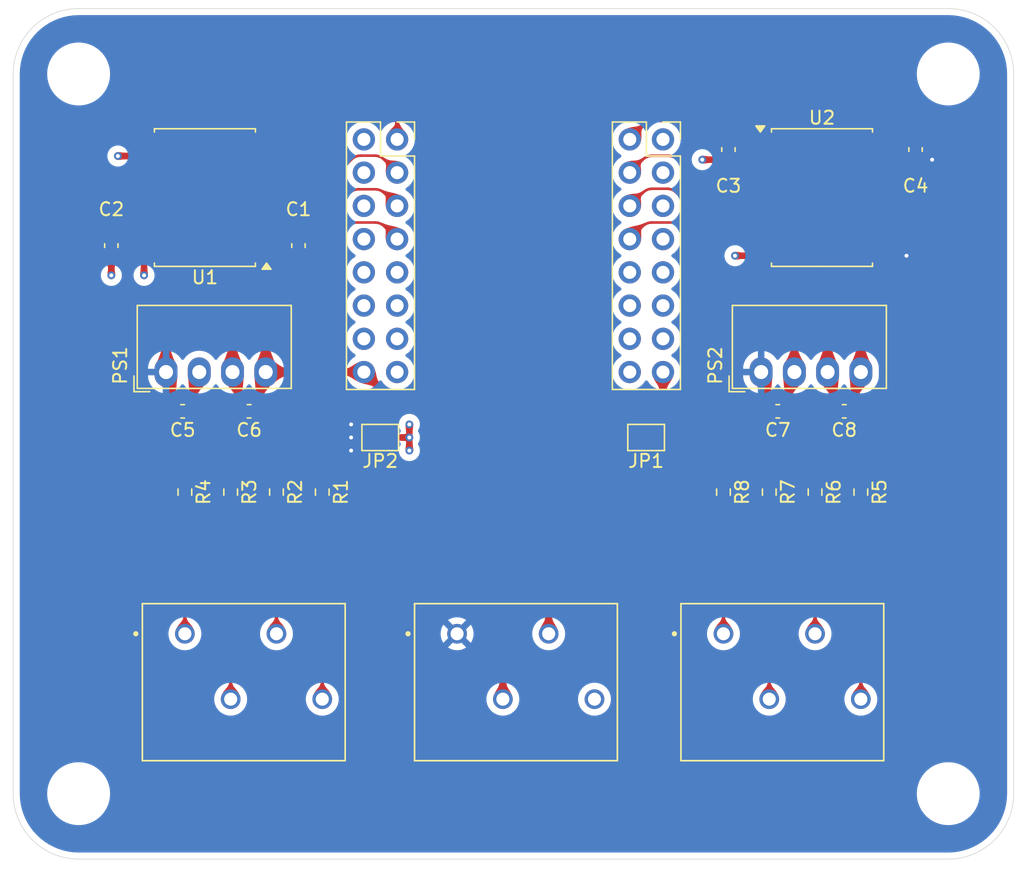
<source format=kicad_pcb>
(kicad_pcb (version 20240108) (generator "pcbnew") (generator_version "8.0")
  (layers (0 "F.Cu" signal) (1 "In1.Cu" signal) (2 "In2.Cu" signal) (31 "B.Cu" signal) (34 "B.Paste" user) (35 "F.Paste" user) (36 "B.SilkS" user "B.Silkscreen") (37 "F.SilkS" user "F.Silkscreen") (38 "B.Mask" user) (39 "F.Mask" user) (44 "Edge.Cuts" user))
  (net 0 "")
  (net 1 "+3V3")
  (net 2 "GND1")
  (net 3 "+5V")
  (net 4 "GND2")
  (net 5 "+12V")
  (net 6 "/10")
  (net 7 "/14")
  (net 8 "/07")
  (net 9 "/13")
  (net 10 "/03")
  (net 11 "/09")
  (net 12 "/05")
  (net 13 "/12")
  (net 14 "/01")
  (net 15 "/02")
  (net 16 "/11")
  (net 17 "/EN")
  (net 18 "/06")
  (net 19 "/04")
  (net 20 "/08")
  (net 21 "/37")
  (net 22 "/36")
  (net 23 "/15")
  (net 24 "VBUS")
  (net 25 "/33")
  (net 26 "/38")
  (net 27 "/34")
  (net 28 "/35")
  (net 29 "/16")
  (net 30 "/17")
  (net 31 "/21")
  (net 32 "/18")
  (net 33 "/40")
  (net 34 "/39")
  (net 35 "/LED_08")
  (net 36 "/LED_05")
  (net 37 "/LED_07")
  (net 38 "/LED_06")
  (net 39 "/LED_03")
  (net 40 "/LED_02")
  (net 41 "/LED_01")
  (net 42 "/LED_04")
  (net 43 "Net-(U1-OUTA)")
  (net 44 "Net-(U1-OUTB)")
  (net 45 "Net-(U1-OUTC)")
  (net 46 "Net-(U1-OUTD)")
  (net 47 "Net-(U2-OUTA)")
  (net 48 "Net-(U2-OUTB)")
  (net 49 "Net-(U2-OUTC)")
  (net 50 "Net-(U2-OUTD)")
  (footprint "Converter_DCDC:Converter_DCDC_Murata_MEE1SxxxxSC_THT" (layer "F.Cu") (at 160.662 83.82 90)
    (property "Reference" "PS2" (at 0.5 -3.5 90) (layer "F.SilkS"))
    (property "Value" "MEE1S1205SC")
    (pad "1" thru_hole oval (at 0 0) (size 1.75 2.25) (drill 1.075) (layers "*.Cu" "*.Mask") (net 4 "GND2"))
    (pad "2" thru_hole oval (at 0 2.54) (size 1.75 2.25) (drill 1.075) (layers "*.Cu" "*.Mask") (net 5 "+12V"))
    (pad "3" thru_hole oval (at 0 5.08) (size 1.75 2.25) (drill 1.075) (layers "*.Cu" "*.Mask") (net 2 "GND1"))
    (pad "4" thru_hole oval (at 0 7.62) (size 1.75 2.25) (drill 1.075) (layers "*.Cu" "*.Mask") (net 3 "+5V"))
  )
  (footprint "Resistor_SMD:R_0603_1608Metric" (layer "F.Cu") (at 168.282 92.995 -90)
    (property "Reference" "R5" (at 0 -1.43 90) (layer "F.SilkS"))
    (property "Value" "470R")
    (pad "1" smd roundrect (at -0.825 0 270) (size 0.8 0.95) (layers "F.Cu" "F.Paste" "F.Mask") (net 47 "Net-(U2-OUTA)"))
    (pad "2" smd roundrect (at 0.825 0 270) (size 0.8 0.95) (layers "F.Cu" "F.Paste" "F.Mask") (net 36 "/LED_05"))
  )
  (footprint "MountingHole:MountingHole_4.3mm_M4" (layer "F.Cu") (at 108.502 61.04)
    (property "Reference" "H1" (hide yes))
    (property "Value" "MountingHole")
    (pad "" np_thru_hole circle (at 0 0) (size 4.3 4.3) (drill 4.3) (layers "*.Cu" "*.Mask"))
  )
  (footprint "Resistor_SMD:R_0603_1608Metric" (layer "F.Cu") (at 123.622 92.995 -90)
    (property "Reference" "R2" (at 0 -1.43 90) (layer "F.SilkS"))
    (property "Value" "470R")
    (pad "1" smd roundrect (at -0.825 0 270) (size 0.8 0.95) (layers "F.Cu" "F.Paste" "F.Mask") (net 44 "Net-(U1-OUTB)"))
    (pad "2" smd roundrect (at 0.825 0 270) (size 0.8 0.95) (layers "F.Cu" "F.Paste" "F.Mask") (net 40 "/LED_02"))
  )
  (footprint "MountingHole:MountingHole_4.3mm_M4" (layer "F.Cu") (at 174.962 61.04)
    (property "Reference" "H2" (hide yes))
    (property "Value" "MountingHole")
    (pad "" np_thru_hole circle (at 0 0) (size 4.3 4.3) (drill 4.3) (layers "*.Cu" "*.Mask"))
  )
  (footprint "Package_SO:SOIC-16W_7.5x10.3mm_P1.27mm" (layer "F.Cu") (at 118.152 70.485 180)
    (property "Reference" "U1" (at 0 -6.1 0) (layer "F.SilkS"))
    (property "Value" "ISO6740")
    (pad "1" smd roundrect (at -4.65 -4.445 180) (size 2.05 0.6) (layers "F.Cu" "F.Paste" "F.Mask") (net 1 "+3V3"))
    (pad "2" smd roundrect (at -4.65 -3.175 180) (size 2.05 0.6) (layers "F.Cu" "F.Paste" "F.Mask") (net 2 "GND1"))
    (pad "3" smd roundrect (at -4.65 -1.905 180) (size 2.05 0.6) (layers "F.Cu" "F.Paste" "F.Mask") (net 18 "/06"))
    (pad "4" smd roundrect (at -4.65 -0.635 180) (size 2.05 0.6) (layers "F.Cu" "F.Paste" "F.Mask") (net 19 "/04"))
    (pad "5" smd roundrect (at -4.65 0.635 180) (size 2.05 0.6) (layers "F.Cu" "F.Paste" "F.Mask") (net 15 "/02"))
    (pad "6" smd roundrect (at -4.65 1.905 180) (size 2.05 0.6) (layers "F.Cu" "F.Paste" "F.Mask") (net 14 "/01"))
    (pad "7" smd roundrect (at -4.65 3.175 180) (size 2.05 0.6) (layers "F.Cu" "F.Paste" "F.Mask"))
    (pad "8" smd roundrect (at -4.65 4.445 180) (size 2.05 0.6) (layers "F.Cu" "F.Paste" "F.Mask") (net 2 "GND1"))
    (pad "9" smd roundrect (at 4.65 4.445 180) (size 2.05 0.6) (layers "F.Cu" "F.Paste" "F.Mask") (net 4 "GND2"))
    (pad "10" smd roundrect (at 4.65 3.175 180) (size 2.05 0.6) (layers "F.Cu" "F.Paste" "F.Mask") (net 3 "+5V"))
    (pad "11" smd roundrect (at 4.65 1.905 180) (size 2.05 0.6) (layers "F.Cu" "F.Paste" "F.Mask") (net 46 "Net-(U1-OUTD)"))
    (pad "12" smd roundrect (at 4.65 0.635 180) (size 2.05 0.6) (layers "F.Cu" "F.Paste" "F.Mask") (net 45 "Net-(U1-OUTC)"))
    (pad "13" smd roundrect (at 4.65 -0.635 180) (size 2.05 0.6) (layers "F.Cu" "F.Paste" "F.Mask") (net 44 "Net-(U1-OUTB)"))
    (pad "14" smd roundrect (at 4.65 -1.905 180) (size 2.05 0.6) (layers "F.Cu" "F.Paste" "F.Mask") (net 43 "Net-(U1-OUTA)"))
    (pad "15" smd roundrect (at 4.65 -3.175 180) (size 2.05 0.6) (layers "F.Cu" "F.Paste" "F.Mask") (net 4 "GND2"))
    (pad "16" smd roundrect (at 4.65 -4.445 180) (size 2.05 0.6) (layers "F.Cu" "F.Paste" "F.Mask") (net 3 "+5V"))
  )
  (footprint "Connector_PinSocket_2.54mm:PinSocket_2x08_P2.54mm_Vertical" (layer "F.Cu") (at 132.842 66.04)
    (property "Reference" "J1" (hide yes))
    (property "Value" "ESP_Left")
    (pad "1" thru_hole circle (at 0 0) (size 1.7 1.7) (drill 1) (layers "*.Cu" "*.Mask") (net 14 "/01"))
    (pad "2" thru_hole oval (at -2.54 0) (size 1.7 1.7) (drill 1) (layers "*.Cu" "*.Mask") (net 17 "/EN"))
    (pad "3" thru_hole oval (at 0 2.54) (size 1.7 1.7) (drill 1) (layers "*.Cu" "*.Mask") (net 15 "/02"))
    (pad "4" thru_hole oval (at -2.54 2.54) (size 1.7 1.7) (drill 1) (layers "*.Cu" "*.Mask") (net 10 "/03"))
    (pad "5" thru_hole oval (at 0 5.08) (size 1.7 1.7) (drill 1) (layers "*.Cu" "*.Mask") (net 19 "/04"))
    (pad "6" thru_hole oval (at -2.54 5.08) (size 1.7 1.7) (drill 1) (layers "*.Cu" "*.Mask") (net 12 "/05"))
    (pad "7" thru_hole oval (at 0 7.62) (size 1.7 1.7) (drill 1) (layers "*.Cu" "*.Mask") (net 18 "/06"))
    (pad "8" thru_hole oval (at -2.54 7.62) (size 1.7 1.7) (drill 1) (layers "*.Cu" "*.Mask") (net 8 "/07"))
    (pad "9" thru_hole oval (at 0 10.16) (size 1.7 1.7) (drill 1) (layers "*.Cu" "*.Mask") (net 20 "/08"))
    (pad "10" thru_hole oval (at -2.54 10.16) (size 1.7 1.7) (drill 1) (layers "*.Cu" "*.Mask") (net 11 "/09"))
    (pad "11" thru_hole oval (at 0 12.7) (size 1.7 1.7) (drill 1) (layers "*.Cu" "*.Mask") (net 6 "/10"))
    (pad "12" thru_hole oval (at -2.54 12.7) (size 1.7 1.7) (drill 1) (layers "*.Cu" "*.Mask") (net 16 "/11"))
    (pad "13" thru_hole oval (at 0 15.24) (size 1.7 1.7) (drill 1) (layers "*.Cu" "*.Mask") (net 9 "/13"))
    (pad "14" thru_hole oval (at -2.54 15.24) (size 1.7 1.7) (drill 1) (layers "*.Cu" "*.Mask") (net 13 "/12"))
    (pad "15" thru_hole oval (at 0 17.78) (size 1.7 1.7) (drill 1) (layers "*.Cu" "*.Mask") (net 7 "/14"))
    (pad "16" thru_hole oval (at -2.54 17.78) (size 1.7 1.7) (drill 1) (layers "*.Cu" "*.Mask") (net 1 "+3V3"))
  )
  (footprint "addons:TE_1985218" (layer "F.Cu") (at 121.122 107.52)
    (property "Reference" "J4" (hide yes))
    (property "Value" "Term Block")
    (pad "1" thru_hole circle (at -4.5 -3.7) (size 1.508 1.508) (drill 1) (layers "*.Cu" "*.Mask") (net 42 "/LED_04"))
    (pad "2" thru_hole circle (at -1 1.3) (size 1.508 1.508) (drill 1) (layers "*.Cu" "*.Mask") (net 39 "/LED_03"))
    (pad "3" thru_hole circle (at 2.5 -3.7) (size 1.508 1.508) (drill 1) (layers "*.Cu" "*.Mask") (net 40 "/LED_02"))
    (pad "4" thru_hole circle (at 6 1.3) (size 1.508 1.508) (drill 1) (layers "*.Cu" "*.Mask") (net 41 "/LED_01"))
  )
  (footprint "Capacitor_SMD:C_0603_1608Metric" (layer "F.Cu") (at 161.932 86.82 180)
    (property "Reference" "C7" (at 0 -1.43 0) (layer "F.SilkS"))
    (property "Value" "1uF")
    (pad "1" smd roundrect (at -0.775 0 180) (size 0.9 0.95) (layers "F.Cu" "F.Paste" "F.Mask") (net 5 "+12V"))
    (pad "2" smd roundrect (at 0.775 0 180) (size 0.9 0.95) (layers "F.Cu" "F.Paste" "F.Mask") (net 4 "GND2"))
  )
  (footprint "Capacitor_SMD:C_0603_1608Metric" (layer "F.Cu") (at 121.532 86.82 180)
    (property "Reference" "C6" (at 0 -1.43 0) (layer "F.SilkS"))
    (property "Value" "1uF")
    (pad "1" smd roundrect (at -0.775 0 180) (size 0.9 0.95) (layers "F.Cu" "F.Paste" "F.Mask") (net 1 "+3V3"))
    (pad "2" smd roundrect (at 0.775 0 180) (size 0.9 0.95) (layers "F.Cu" "F.Paste" "F.Mask") (net 2 "GND1"))
  )
  (footprint "Resistor_SMD:R_0603_1608Metric" (layer "F.Cu") (at 161.282 92.995 -90)
    (property "Reference" "R7" (at 0 -1.43 90) (layer "F.SilkS"))
    (property "Value" "470R")
    (pad "1" smd roundrect (at -0.825 0 270) (size 0.8 0.95) (layers "F.Cu" "F.Paste" "F.Mask") (net 49 "Net-(U2-OUTC)"))
    (pad "2" smd roundrect (at 0.825 0 270) (size 0.8 0.95) (layers "F.Cu" "F.Paste" "F.Mask") (net 37 "/LED_07"))
  )
  (footprint "Resistor_SMD:R_0603_1608Metric" (layer "F.Cu") (at 157.782 92.995 -90)
    (property "Reference" "R8" (at 0 -1.43 90) (layer "F.SilkS"))
    (property "Value" "470R")
    (pad "1" smd roundrect (at -0.825 0 270) (size 0.8 0.95) (layers "F.Cu" "F.Paste" "F.Mask") (net 50 "Net-(U2-OUTD)"))
    (pad "2" smd roundrect (at 0.825 0 270) (size 0.8 0.95) (layers "F.Cu" "F.Paste" "F.Mask") (net 35 "/LED_08"))
  )
  (footprint "addons:TE_1985218" (layer "F.Cu") (at 141.9245 107.52)
    (property "Reference" "J5" (hide yes))
    (property "Value" "Term Block")
    (pad "1" thru_hole circle (at -4.5 -3.7) (size 1.508 1.508) (drill 1) (layers "*.Cu" "*.Mask") (net 4 "GND2"))
    (pad "2" thru_hole circle (at -1 1.3) (size 1.508 1.508) (drill 1) (layers "*.Cu" "*.Mask") (net 3 "+5V"))
    (pad "3" thru_hole circle (at 2.5 -3.7) (size 1.508 1.508) (drill 1) (layers "*.Cu" "*.Mask") (net 5 "+12V"))
    (pad "4" thru_hole circle (at 6 1.3) (size 1.508 1.508) (drill 1) (layers "*.Cu" "*.Mask") (net 2 "GND1"))
  )
  (footprint "Resistor_SMD:R_0603_1608Metric" (layer "F.Cu") (at 116.622 92.995 -90)
    (property "Reference" "R4" (at 0 -1.43 90) (layer "F.SilkS"))
    (property "Value" "470R")
    (pad "1" smd roundrect (at -0.825 0 270) (size 0.8 0.95) (layers "F.Cu" "F.Paste" "F.Mask") (net 46 "Net-(U1-OUTD)"))
    (pad "2" smd roundrect (at 0.825 0 270) (size 0.8 0.95) (layers "F.Cu" "F.Paste" "F.Mask") (net 42 "/LED_04"))
  )
  (footprint "Resistor_SMD:R_0603_1608Metric" (layer "F.Cu") (at 164.782 92.995 -90)
    (property "Reference" "R6" (at 0 -1.43 90) (layer "F.SilkS"))
    (property "Value" "470R")
    (pad "1" smd roundrect (at -0.825 0 270) (size 0.8 0.95) (layers "F.Cu" "F.Paste" "F.Mask") (net 48 "Net-(U2-OUTB)"))
    (pad "2" smd roundrect (at 0.825 0 270) (size 0.8 0.95) (layers "F.Cu" "F.Paste" "F.Mask") (net 38 "/LED_06"))
  )
  (footprint "MountingHole:MountingHole_4.3mm_M4" (layer "F.Cu") (at 174.962 116.04)
    (property "Reference" "H4" (hide yes))
    (property "Value" "MountingHole")
    (pad "" np_thru_hole circle (at 0 0) (size 4.3 4.3) (drill 4.3) (layers "*.Cu" "*.Mask"))
  )
  (footprint "Capacitor_SMD:C_0603_1608Metric" (layer "F.Cu") (at 125.302 74.155 90)
    (property "Reference" "C1" (at 2.775 0 180) (layer "F.SilkS"))
    (property "Value" "0.1uF")
    (pad "1" smd roundrect (at -0.775 0 90) (size 0.9 0.95) (layers "F.Cu" "F.Paste" "F.Mask") (net 1 "+3V3"))
    (pad "2" smd roundrect (at 0.775 0 90) (size 0.9 0.95) (layers "F.Cu" "F.Paste" "F.Mask") (net 2 "GND1"))
  )
  (footprint "Capacitor_SMD:C_0603_1608Metric" (layer "F.Cu") (at 167.012 86.82 180)
    (property "Reference" "C8" (at 0 -1.43 0) (layer "F.SilkS"))
    (property "Value" "1uF")
    (pad "1" smd roundrect (at -0.775 0 180) (size 0.9 0.95) (layers "F.Cu" "F.Paste" "F.Mask") (net 3 "+5V"))
    (pad "2" smd roundrect (at 0.775 0 180) (size 0.9 0.95) (layers "F.Cu" "F.Paste" "F.Mask") (net 2 "GND1"))
  )
  (footprint "MountingHole:MountingHole_4.3mm_M4" (layer "F.Cu") (at 108.502 116.04)
    (property "Reference" "H3" (hide yes))
    (property "Value" "MountingHole")
    (pad "" np_thru_hole circle (at 0 0) (size 4.3 4.3) (drill 4.3) (layers "*.Cu" "*.Mask"))
  )
  (footprint "Converter_DCDC:Converter_DCDC_Murata_MEE1SxxxxSC_THT" (layer "F.Cu") (at 115.182 83.82 90)
    (property "Reference" "PS1" (at 0.5 -3.5 90) (layer "F.SilkS"))
    (property "Value" "MEE1S0503SC")
    (pad "1" thru_hole oval (at 0 0) (size 1.75 2.25) (drill 1.075) (layers "*.Cu" "*.Mask") (net 4 "GND2"))
    (pad "2" thru_hole oval (at 0 2.54) (size 1.75 2.25) (drill 1.075) (layers "*.Cu" "*.Mask") (net 3 "+5V"))
    (pad "3" thru_hole oval (at 0 5.08) (size 1.75 2.25) (drill 1.075) (layers "*.Cu" "*.Mask") (net 2 "GND1"))
    (pad "4" thru_hole oval (at 0 7.62) (size 1.75 2.25) (drill 1.075) (layers "*.Cu" "*.Mask") (net 1 "+3V3"))
  )
  (footprint "Resistor_SMD:R_0603_1608Metric" (layer "F.Cu") (at 120.122 92.995 -90)
    (property "Reference" "R3" (at 0 -1.43 90) (layer "F.SilkS"))
    (property "Value" "470R")
    (pad "1" smd roundrect (at -0.825 0 270) (size 0.8 0.95) (layers "F.Cu" "F.Paste" "F.Mask") (net 45 "Net-(U1-OUTC)"))
    (pad "2" smd roundrect (at 0.825 0 270) (size 0.8 0.95) (layers "F.Cu" "F.Paste" "F.Mask") (net 39 "/LED_03"))
  )
  (footprint "Capacitor_SMD:C_0603_1608Metric" (layer "F.Cu") (at 111.002 74.155 90)
    (property "Reference" "C2" (at 2.775 0 180) (layer "F.SilkS"))
    (property "Value" "0.1uF")
    (pad "1" smd roundrect (at -0.775 0 90) (size 0.9 0.95) (layers "F.Cu" "F.Paste" "F.Mask") (net 3 "+5V"))
    (pad "2" smd roundrect (at 0.775 0 90) (size 0.9 0.95) (layers "F.Cu" "F.Paste" "F.Mask") (net 4 "GND2"))
  )
  (footprint "Jumper:SolderJumper-2_P1.3mm_Open_TrianglePad1.0x1.5mm" (layer "F.Cu") (at 131.552 88.82 180)
    (property "Reference" "JP2" (at 0 -1.8 0) (layer "F.SilkS"))
    (property "Value" "SolderJumper_2_Open")
    (pad "1" smd custom (at -0.725 0 180) (size 0.3 0.3) (layers "F.Cu" "F.Mask") (net 2 "GND1") (options (clearance outline) (anchor rect)) (primitives (gr_poly (pts (xy 1 0) (xy 0.5 0.75) (xy -0.5 0.75) (xy -0.5 -0.75) (xy 0.5 -0.75)) (width 0) (fill yes))))
    (pad "2" smd custom (at 0.725 0 180) (size 0.3 0.3) (layers "F.Cu" "F.Mask") (net 4 "GND2") (options (clearance outline) (anchor rect)) (primitives (gr_poly (pts (xy 0.5 0.75) (xy -0.65 0.75) (xy -0.15 0) (xy -0.65 -0.75) (xy 0.5 -0.75)) (width 0) (fill yes))))
  )
  (footprint "Connector_PinSocket_2.54mm:PinSocket_2x08_P2.54mm_Vertical" (layer "F.Cu") (at 153.162 66.04)
    (property "Reference" "J2" (hide yes))
    (property "Value" "ESP_Right")
    (pad "1" thru_hole circle (at 0 0) (size 1.7 1.7) (drill 1) (layers "*.Cu" "*.Mask") (net 34 "/39"))
    (pad "2" thru_hole oval (at -2.54 0) (size 1.7 1.7) (drill 1) (layers "*.Cu" "*.Mask") (net 33 "/40"))
    (pad "3" thru_hole oval (at 0 2.54) (size 1.7 1.7) (drill 1) (layers "*.Cu" "*.Mask") (net 21 "/37"))
    (pad "4" thru_hole oval (at -2.54 2.54) (size 1.7 1.7) (drill 1) (layers "*.Cu" "*.Mask") (net 26 "/38"))
    (pad "5" thru_hole oval (at 0 5.08) (size 1.7 1.7) (drill 1) (layers "*.Cu" "*.Mask") (net 28 "/35"))
    (pad "6" thru_hole oval (at -2.54 5.08) (size 1.7 1.7) (drill 1) (layers "*.Cu" "*.Mask") (net 22 "/36"))
    (pad "7" thru_hole oval (at 0 7.62) (size 1.7 1.7) (drill 1) (layers "*.Cu" "*.Mask") (net 25 "/33"))
    (pad "8" thru_hole oval (at -2.54 7.62) (size 1.7 1.7) (drill 1) (layers "*.Cu" "*.Mask") (net 27 "/34"))
    (pad "9" thru_hole oval (at 0 10.16) (size 1.7 1.7) (drill 1) (layers "*.Cu" "*.Mask") (net 32 "/18"))
    (pad "10" thru_hole oval (at -2.54 10.16) (size 1.7 1.7) (drill 1) (layers "*.Cu" "*.Mask") (net 31 "/21"))
    (pad "11" thru_hole oval (at 0 12.7) (size 1.7 1.7) (drill 1) (layers "*.Cu" "*.Mask") (net 29 "/16"))
    (pad "12" thru_hole oval (at -2.54 12.7) (size 1.7 1.7) (drill 1) (layers "*.Cu" "*.Mask") (net 30 "/17"))
    (pad "13" thru_hole oval (at 0 15.24) (size 1.7 1.7) (drill 1) (layers "*.Cu" "*.Mask") (net 2 "GND1"))
    (pad "14" thru_hole oval (at -2.54 15.24) (size 1.7 1.7) (drill 1) (layers "*.Cu" "*.Mask") (net 2 "GND1"))
    (pad "15" thru_hole oval (at 0 17.78) (size 1.7 1.7) (drill 1) (layers "*.Cu" "*.Mask") (net 24 "VBUS"))
    (pad "16" thru_hole oval (at -2.54 17.78) (size 1.7 1.7) (drill 1) (layers "*.Cu" "*.Mask") (net 23 "/15"))
  )
  (footprint "Resistor_SMD:R_0603_1608Metric" (layer "F.Cu") (at 127.122 92.995 -90)
    (property "Reference" "R1" (at 0 -1.43 90) (layer "F.SilkS"))
    (property "Value" "470R")
    (pad "1" smd roundrect (at -0.825 0 270) (size 0.8 0.95) (layers "F.Cu" "F.Paste" "F.Mask") (net 43 "Net-(U1-OUTA)"))
    (pad "2" smd roundrect (at 0.825 0 270) (size 0.8 0.95) (layers "F.Cu" "F.Paste" "F.Mask") (net 41 "/LED_01"))
  )
  (footprint "Capacitor_SMD:C_0603_1608Metric" (layer "F.Cu") (at 172.462 66.815 -90)
    (property "Reference" "C4" (at 2.775 0 180) (layer "F.SilkS"))
    (property "Value" "0.1uF")
    (pad "1" smd roundrect (at -0.775 0 270) (size 0.9 0.95) (layers "F.Cu" "F.Paste" "F.Mask") (net 3 "+5V"))
    (pad "2" smd roundrect (at 0.775 0 270) (size 0.9 0.95) (layers "F.Cu" "F.Paste" "F.Mask") (net 4 "GND2"))
  )
  (footprint "Jumper:SolderJumper-2_P1.3mm_Open_TrianglePad1.0x1.5mm" (layer "F.Cu") (at 151.872 88.82 180)
    (property "Reference" "JP1" (at 0 -1.8 0) (layer "F.SilkS"))
    (property "Value" "SolderJumper_2_Open")
    (pad "1" smd custom (at -0.725 0 180) (size 0.3 0.3) (layers "F.Cu" "F.Mask") (net 24 "VBUS") (options (clearance outline) (anchor rect)) (primitives (gr_poly (pts (xy 1 0) (xy 0.5 0.75) (xy -0.5 0.75) (xy -0.5 -0.75) (xy 0.5 -0.75)) (width 0) (fill yes))))
    (pad "2" smd custom (at 0.725 0 180) (size 0.3 0.3) (layers "F.Cu" "F.Mask") (net 3 "+5V") (options (clearance outline) (anchor rect)) (primitives (gr_poly (pts (xy 0.5 0.75) (xy -0.65 0.75) (xy -0.15 0) (xy -0.65 -0.75) (xy 0.5 -0.75)) (width 0) (fill yes))))
  )
  (footprint "Capacitor_SMD:C_0603_1608Metric" (layer "F.Cu") (at 158.162 66.815 -90)
    (property "Reference" "C3" (at 2.775 0 180) (layer "F.SilkS"))
    (property "Value" "0.1uF")
    (pad "1" smd roundrect (at -0.775 0 270) (size 0.9 0.95) (layers "F.Cu" "F.Paste" "F.Mask") (net 1 "+3V3"))
    (pad "2" smd roundrect (at 0.775 0 270) (size 0.9 0.95) (layers "F.Cu" "F.Paste" "F.Mask") (net 2 "GND1"))
  )
  (footprint "addons:TE_1985218" (layer "F.Cu") (at 162.282 107.52)
    (property "Reference" "J3" (hide yes))
    (property "Value" "Term Block")
    (pad "1" thru_hole circle (at -4.5 -3.7) (size 1.508 1.508) (drill 1) (layers "*.Cu" "*.Mask") (net 35 "/LED_08"))
    (pad "2" thru_hole circle (at -1 1.3) (size 1.508 1.508) (drill 1) (layers "*.Cu" "*.Mask") (net 37 "/LED_07"))
    (pad "3" thru_hole circle (at 2.5 -3.7) (size 1.508 1.508) (drill 1) (layers "*.Cu" "*.Mask") (net 38 "/LED_06"))
    (pad "4" thru_hole circle (at 6 1.3) (size 1.508 1.508) (drill 1) (layers "*.Cu" "*.Mask") (net 36 "/LED_05"))
  )
  (footprint "Capacitor_SMD:C_0603_1608Metric" (layer "F.Cu") (at 116.452 86.82 180)
    (property "Reference" "C5" (at 0 -1.43 0) (layer "F.SilkS"))
    (property "Value" "1uF")
    (pad "1" smd roundrect (at -0.775 0 180) (size 0.9 0.95) (layers "F.Cu" "F.Paste" "F.Mask") (net 3 "+5V"))
    (pad "2" smd roundrect (at 0.775 0 180) (size 0.9 0.95) (layers "F.Cu" "F.Paste" "F.Mask") (net 4 "GND2"))
  )
  (footprint "Package_SO:SOIC-16W_7.5x10.3mm_P1.27mm" (layer "F.Cu") (at 165.312 70.485)
    (property "Reference" "U2" (at 0 -6.1 0) (layer "F.SilkS"))
    (property "Value" "ISO6740")
    (pad "1" smd roundrect (at -4.65 -4.445) (size 2.05 0.6) (layers "F.Cu" "F.Paste" "F.Mask") (net 1 "+3V3"))
    (pad "2" smd roundrect (at -4.65 -3.175) (size 2.05 0.6) (layers "F.Cu" "F.Paste" "F.Mask") (net 2 "GND1"))
    (pad "3" smd roundrect (at -4.65 -1.905) (size 2.05 0.6) (layers "F.Cu" "F.Paste" "F.Mask") (net 33 "/40"))
    (pad "4" smd roundrect (at -4.65 -0.635) (size 2.05 0.6) (layers "F.Cu" "F.Paste" "F.Mask") (net 26 "/38"))
    (pad "5" smd roundrect (at -4.65 0.635) (size 2.05 0.6) (layers "F.Cu" "F.Paste" "F.Mask") (net 22 "/36"))
    (pad "6" smd roundrect (at -4.65 1.905) (size 2.05 0.6) (layers "F.Cu" "F.Paste" "F.Mask") (net 27 "/34"))
    (pad "7" smd roundrect (at -4.65 3.175) (size 2.05 0.6) (layers "F.Cu" "F.Paste" "F.Mask"))
    (pad "8" smd roundrect (at -4.65 4.445) (size 2.05 0.6) (layers "F.Cu" "F.Paste" "F.Mask") (net 2 "GND1"))
    (pad "9" smd roundrect (at 4.65 4.445) (size 2.05 0.6) (layers "F.Cu" "F.Paste" "F.Mask") (net 4 "GND2"))
    (pad "10" smd roundrect (at 4.65 3.175) (size 2.05 0.6) (layers "F.Cu" "F.Paste" "F.Mask") (net 3 "+5V"))
    (pad "11" smd roundrect (at 4.65 1.905) (size 2.05 0.6) (layers "F.Cu" "F.Paste" "F.Mask") (net 50 "Net-(U2-OUTD)"))
    (pad "12" smd roundrect (at 4.65 0.635) (size 2.05 0.6) (layers "F.Cu" "F.Paste" "F.Mask") (net 49 "Net-(U2-OUTC)"))
    (pad "13" smd roundrect (at 4.65 -0.635) (size 2.05 0.6) (layers "F.Cu" "F.Paste" "F.Mask") (net 48 "Net-(U2-OUTB)"))
    (pad "14" smd roundrect (at 4.65 -1.905) (size 2.05 0.6) (layers "F.Cu" "F.Paste" "F.Mask") (net 47 "Net-(U2-OUTA)"))
    (pad "15" smd roundrect (at 4.65 -3.175) (size 2.05 0.6) (layers "F.Cu" "F.Paste" "F.Mask") (net 4 "GND2"))
    (pad "16" smd roundrect (at 4.65 -4.445) (size 2.05 0.6) (layers "F.Cu" "F.Paste" "F.Mask") (net 3 "+5V"))
  )
  (gr_arc (start 179.962 116.04) (mid 178.497534 119.575534) (end 174.962 121.04) (stroke (width 0.05)) (layer "Edge.Cuts"))
  (gr_line (start 179.962 61.04) (end 179.962 116.04) (stroke (width 0.05)) (layer "Edge.Cuts"))
  (gr_arc (start 108.502 121.04) (mid 104.966466 119.575534) (end 103.502 116.04) (stroke (width 0.05)) (layer "Edge.Cuts"))
  (gr_line (start 108.502 56.04) (end 174.962 56.04) (stroke (width 0.05)) (layer "Edge.Cuts"))
  (gr_line (start 103.502 61.04) (end 103.502 116.04) (stroke (width 0.05)) (layer "Edge.Cuts"))
  (gr_line (start 108.502 121.04) (end 174.962 121.04) (stroke (width 0.05)) (layer "Edge.Cuts"))
  (gr_arc (start 103.502 61.04) (mid 104.966466 57.504466) (end 108.502 56.04) (stroke (width 0.05)) (layer "Edge.Cuts"))
  (gr_arc (start 174.962 56.04) (mid 178.497534 57.504466) (end 179.962 61.04) (stroke (width 0.05)) (layer "Edge.Cuts"))
  (segment (start 122.802 74.93) (end 125.302 74.93) (width 0.5) (layer "F.Cu") (net 1))
  (segment (start 142.908427 63.27) (end 156.091573 63.27) (width 0.5) (layer "F.Cu") (net 1))
  (segment (start 157.505787 63.855787) (end 157.576214 63.926214) (width 0.5) (layer "F.Cu") (net 1))
  (segment (start 122.307 86.82) (end 122.307 84.315) (width 0.5) (layer "F.Cu") (net 1))
  (segment (start 138.38 82.861573) (end 138.38 67.798427) (width 0.5) (layer "F.Cu") (net 1))
  (segment (start 122.802 83.82) (end 122.802 74.93) (width 0.5) (layer "F.Cu") (net 1))
  (segment (start 136.495787 85.574213) (end 137.794214 84.275786) (width 0.5) (layer "F.Cu") (net 1))
  (segment (start 138.965787 66.384213) (end 141.494214 63.855786) (width 0.5) (layer "F.Cu") (net 1))
  (segment (start 122.802 83.82) (end 130.302 83.82) (width 0.5) (layer "F.Cu") (net 1))
  (segment (start 133.470427 86.16) (end 135.081573 86.16) (width 0.5) (layer "F.Cu") (net 1))
  (segment (start 122.307 84.315) (end 122.802 83.82) (width 0.5) (layer "F.Cu") (net 1))
  (segment (start 158.162 65.340427) (end 158.162 66.04) (width 0.5) (layer "F.Cu") (net 1))
  (segment (start 130.302 83.82) (end 132.056214 85.574214) (width 0.5) (layer "F.Cu") (net 1))
  (segment (start 158.162 66.04) (end 160.662 66.04) (width 0.5) (layer "F.Cu") (net 1))
  (arc (start 141.494214 63.855786) (mid 142.14306 63.422241) (end 142.908427 63.27) (width 0.5) (layer "F.Cu") (net 1))
  (arc (start 157.576214 63.926214) (mid 158.009759 64.57506) (end 158.162 65.340427) (width 0.5) (layer "F.Cu") (net 1))
  (arc (start 136.495787 85.574213) (mid 135.84694 86.007759) (end 135.081573 86.16) (width 0.5) (layer "F.Cu") (net 1))
  (arc (start 133.470427 86.16) (mid 132.70506 86.007759) (end 132.056214 85.574214) (width 0.5) (layer "F.Cu") (net 1))
  (arc (start 157.505787 63.855787) (mid 156.85694 63.422241) (end 156.091573 63.27) (width 0.5) (layer "F.Cu") (net 1))
  (arc (start 138.965787 66.384213) (mid 138.532241 67.03306) (end 138.38 67.798427) (width 0.5) (layer "F.Cu") (net 1))
  (arc (start 137.794214 84.275786) (mid 138.227759 83.62694) (end 138.38 82.861573) (width 0.5) (layer "F.Cu") (net 1))
  (segment (start 159.33 67.31) (end 160.662 67.31) (width 0.5) (layer "F.Cu") (net 2))
  (segment (start 158.162 67.59) (end 159.05 67.59) (width 0.5) (layer "F.Cu") (net 2))
  (segment (start 160.662 74.93) (end 165.742 74.93) (width 0.5) (layer "F.Cu") (net 2))
  (segment (start 120.262 73.66) (end 120.262 83.82) (width 0.2) (layer "F.Cu") (net 2))
  (segment (start 160.662 67.31) (end 165.24 67.31) (width 0.5) (layer "F.Cu") (net 2))
  (segment (start 122.802 73.66) (end 120.262 73.66) (width 0.5) (layer "F.Cu") (net 2))
  (segment (start 133.777 87.82) (end 133.777 89.82) (width 0.5) (layer "F.Cu") (net 2))
  (segment (start 166.237 84.315) (end 165.742 83.82) (width 0.5) (layer "F.Cu") (net 2))
  (segment (start 159.05 67.59) (end 159.33 67.31) (width 0.5) (layer "F.Cu") (net 2))
  (segment (start 120.757 84.315) (end 120.262 83.82) (width 0.5) (layer "F.Cu") (net 2))
  (segment (start 166.237 86.82) (end 166.237 84.315) (width 0.5) (layer "F.Cu") (net 2))
  (segment (start 165.24 67.31) (end 165.742 67.812) (width 0.5) (layer "F.Cu") (net 2))
  (segment (start 132.277 88.82) (end 133.777 88.82) (width 0.5) (layer "F.Cu") (net 2))
  (segment (start 120.757 86.82) (end 120.757 84.315) (width 0.5) (layer "F.Cu") (net 2))
  (segment (start 158.162 67.59) (end 156.162 67.59) (width 0.5) (layer "F.Cu") (net 2))
  (segment (start 122.802 66.04) (end 120.71 66.04) (width 0.5) (layer "F.Cu") (net 2))
  (segment (start 120.262 66.488) (end 120.71 66.04) (width 0.5) (layer "F.Cu") (net 2))
  (segment (start 122.802 73.66) (end 125.022 73.66) (width 0.5) (layer "F.Cu") (net 2))
  (segment (start 165.742 67.812) (end 165.742 74.93) (width 0.5) (layer "F.Cu") (net 2))
  (segment (start 125.022 73.66) (end 125.302 73.38) (width 0.5) (layer "F.Cu") (net 2))
  (segment (start 120.262 83.82) (end 120.262 66.488) (width 0.5) (layer "F.Cu") (net 2))
  (segment (start 160.662 74.93) (end 158.662 74.93) (width 0.5) (layer "F.Cu") (net 2))
  (segment (start 165.742 74.93) (end 165.742 83.82) (width 0.5) (layer "F.Cu") (net 2))
  (via (at 156.162 67.59) (size 0.6) (drill 0.3) (layers "F.Cu" "B.Cu") (net 2))
  (via (at 133.777 87.82) (size 0.6) (drill 0.3) (layers "F.Cu" "B.Cu") (net 2))
  (via (at 133.777 89.82) (size 0.6) (drill 0.3) (layers "F.Cu" "B.Cu") (net 2))
  (via (at 158.662 74.93) (size 0.6) (drill 0.3) (layers "F.Cu" "B.Cu") (net 2))
  (via (at 133.777 88.82) (size 0.6) (drill 0.3) (layers "F.Cu" "B.Cu") (net 2))
  (segment (start 168.282 73.99) (end 168.282 73.66) (width 0.2) (layer "F.Cu") (net 3))
  (segment (start 168.612 73.66) (end 168.282 73.99) (width 0.2) (layer "F.Cu") (net 3))
  (segment (start 168.282 83.82) (end 168.282 66.428) (width 0.5) (layer "F.Cu") (net 3))
  (segment (start 168.88 73.66) (end 168.282 73.66) (width 0.2) (layer "F.Cu") (net 3))
  (segment (start 169.962 73.66) (end 168.88 73.66) (width 0.2) (layer "F.Cu") (net 3))
  (segment (start 169.962 66.04) (end 172.462 66.04) (width 0.5) (layer "F.Cu") (net 3))
  (segment (start 113.502 74.93) (end 113.502 76.43) (width 0.5) (layer "F.Cu") (net 3))
  (segment (start 168.282 73.33) (end 168.282 73.66) (width 0.2) (layer "F.Cu") (net 3))
  (segment (start 168.282 66.428) (end 168.67 66.04) (width 0.5) (layer "F.Cu") (net 3))
  (segment (start 167.787 84.315) (end 168.282 83.82) (width 0.5) (layer "F.Cu") (net 3))
  (segment (start 111.002 74.93) (end 111.002 76.43) (width 0.5) (layer "F.Cu") (net 3))
  (segment (start 142.204213 89.405787) (end 141.510286 90.099714) (width 0.5) (layer "F.Cu") (net 3))
  (segment (start 168.88 73.66) (end 168.492 73.66) (width 0.2) (layer "F.Cu") (net 3))
  (segment (start 117.227 84.315) (end 117.722 83.82) (width 0.5) (layer "F.Cu") (net 3))
  (segment (start 140.9245 108.82) (end 140.9245 91.513927) (width 0.5) (layer "F.Cu") (net 3))
  (segment (start 168.612 73.66) (end 168.282 73.33) (width 0.2) (layer "F.Cu") (net 3))
  (segment (start 167.787 86.82) (end 167.787 84.315) (width 0.5) (layer "F.Cu") (net 3))
  (segment (start 168.282 83.82) (end 168.282 73.99) (width 0.2) (layer "F.Cu") (net 3))
  (segment (start 113.502 67.31) (end 111.502 67.31) (width 0.5) (layer "F.Cu") (net 3))
  (segment (start 143.618427 88.82) (end 151.142097 88.82) (width 0.5) (layer "F.Cu") (net 3))
  (segment (start 169.962 73.66) (end 168.612 73.66) (width 0.2) (layer "F.Cu") (net 3))
  (segment (start 169.962 73.66) (end 168.282 73.66) (width 0.5) (layer "F.Cu") (net 3))
  (segment (start 117.227 86.82) (end 117.227 84.315) (width 0.5) (layer "F.Cu") (net 3))
  (segment (start 169.962 66.04) (end 168.67 66.04) (width 0.5) (layer "F.Cu") (net 3))
  (segment (start 111.002 74.93) (end 113.502 74.93) (width 0.5) (layer "F.Cu") (net 3))
  (segment (start 168.282 66.428) (end 168.282 73.33) (width 0.2) (layer "F.Cu") (net 3))
  (via (at 111.502 67.31) (size 0.6) (drill 0.3) (layers "F.Cu" "B.Cu") (net 3))
  (via (at 111.002 76.43) (size 0.6) (drill 0.3) (layers "F.Cu" "B.Cu") (net 3))
  (via (at 113.502 76.43) (size 0.6) (drill 0.3) (layers "F.Cu" "B.Cu") (net 3))
  (arc (start 143.618427 88.82) (mid 142.85306 88.972241) (end 142.204213 89.405787) (width 0.5) (layer "F.Cu") (net 3))
  (arc (start 140.9245 91.513927) (mid 141.076741 90.74856) (end 141.510286 90.099714) (width 0.5) (layer "F.Cu") (net 3))
  (segment (start 172.462 67.59) (end 173.73 67.59) (width 0.2) (layer "F.Cu") (net 4))
  (segment (start 161.157 86.82) (end 161.157 84.315) (width 0.5) (layer "F.Cu") (net 4))
  (segment (start 113.502 73.66) (end 114.842 73.66) (width 0.2) (layer "F.Cu") (net 4))
  (segment (start 113.502 73.66) (end 115.172 73.66) (width 0.5) (layer "F.Cu") (net 4))
  (segment (start 111.87 73.38) (end 111.002 73.38) (width 0.5) (layer "F.Cu") (net 4))
  (segment (start 169.962 67.31) (end 171.49 67.31) (width 0.5) (layer "F.Cu") (net 4))
  (segment (start 115.182 66.695001) (end 114.526999 66.04) (width 0.5) (layer "F.Cu") (net 4))
  (segment (start 161.157 84.315) (end 160.662 83.82) (width 0.5) (layer "F.Cu") (net 4))
  (segment (start 171.49 67.31) (end 171.77 67.59) (width 0.5) (layer "F.Cu") (net 4))
  (segment (start 113.502 73.66) (end 114.852 73.66) (width 0.2) (layer "F.Cu") (net 4))
  (segment (start 115.677 84.315) (end 115.182 83.82) (width 0.5) (layer "F.Cu") (net 4))
  (segment (start 129.327 87.82) (end 129.327 89.82) (width 0.5) (layer "F.Cu") (net 4))
  (segment (start 169.962 74.93) (end 171.77 74.93) (width 0.5) (layer "F.Cu") (net 4))
  (segment (start 171.77 67.59) (end 173.73 67.59) (width 0.5) (layer "F.Cu") (net 4))
  (segment (start 172.462 67.59) (end 171.77 67.59) (width 0.2) (layer "F.Cu") (net 4))
  (segment (start 115.677 86.82) (end 115.677 84.315) (width 0.5) (layer "F.Cu") (net 4))
  (segment (start 114.526999 66.04) (end 113.502 66.04) (width 0.5) (layer "F.Cu") (net 4))
  (segment (start 130.827 88.82) (end 129.327 88.82) (width 0.25) (layer "F.Cu") (net 4))
  (segment (start 113.502 73.66) (end 112.15 73.66) (width 0.5) (layer "F.Cu") (net 4))
  (segment (start 115.182 74) (end 115.182 83.82) (width 0.2) (layer "F.Cu") (net 4))
  (segment (start 112.15 73.66) (end 111.87 73.38) (width 0.5) (layer "F.Cu") (net 4))
  (segment (start 115.182 83.82) (end 115.182 66.695001) (width 0.5) (layer "F.Cu") (net 4))
  (segment (start 129.327 88.82) (end 130.822097 88.82) (width 0.5) (layer "F.Cu") (net 4))
  (via (at 173.73 67.59) (size 0.6) (drill 0.3) (layers "F.Cu" "B.Cu") (net 4))
  (via (at 129.327 88.82) (size 0.6) (drill 0.3) (layers "F.Cu" "B.Cu") (net 4))
  (via (at 129.327 87.82) (size 0.6) (drill 0.3) (layers "F.Cu" "B.Cu") (net 4))
  (via (at 171.77 74.93) (size 0.6) (drill 0.3) (layers "F.Cu" "B.Cu") (net 4))
  (via (at 129.327 89.82) (size 0.6) (drill 0.3) (layers "F.Cu" "B.Cu") (net 4))
  (segment (start 158.748427 80.79) (end 161.695786 80.79) (width 0.5) (layer "F.Cu") (net 5))
  (segment (start 162.707 86.82) (end 162.707 84.315) (width 0.5) (layer "F.Cu") (net 5))
  (segment (start 145.010287 93.199713) (end 145.874214 92.335786) (width 0.5) (layer "F.Cu") (net 5))
  (segment (start 162.707 84.315) (end 163.202 83.82) (width 0.5) (layer "F.Cu") (net 5))
  (segment (start 156.1 89.501573) (end 156.1 83.438427) (width 0.5) (layer "F.Cu") (net 5))
  (segment (start 155.265787 91.164213) (end 155.514214 90.915786) (width 0.5) (layer "F.Cu") (net 5))
  (segment (start 156.685787 82.024213) (end 157.334214 81.375786) (width 0.5) (layer "F.Cu") (net 5))
  (segment (start 163.202 82.296214) (end 163.202 83.82) (width 0.5) (layer "F.Cu") (net 5))
  (segment (start 144.4245 103.82) (end 144.4245 94.613927) (width 0.5) (layer "F.Cu") (net 5))
  (segment (start 162.402893 81.082893) (end 162.909107 81.589107) (width 0.5) (layer "F.Cu") (net 5))
  (segment (start 147.288427 91.75) (end 153.851573 91.75) (width 0.5) (layer "F.Cu") (net 5))
  (arc (start 161.695786 80.79) (mid 162.078469 80.86612) (end 162.402893 81.082893) (width 0.5) (layer "F.Cu") (net 5))
  (arc (start 145.874214 92.335786) (mid 146.52306 91.902241) (end 147.288427 91.75) (width 0.5) (layer "F.Cu") (net 5))
  (arc (start 145.010287 93.199713) (mid 144.576741 93.84856) (end 144.4245 94.613927) (width 0.5) (layer "F.Cu") (net 5))
  (arc (start 155.514214 90.915786) (mid 155.947759 90.26694) (end 156.1 89.501573) (width 0.5) (layer "F.Cu") (net 5))
  (arc (start 156.685787 82.024213) (mid 156.252241 82.67306) (end 156.1 83.438427) (width 0.5) (layer "F.Cu") (net 5))
  (arc (start 163.202 82.296214) (mid 163.12588 81.913531) (end 162.909107 81.589107) (width 0.5) (layer "F.Cu") (net 5))
  (arc (start 158.748427 80.79) (mid 157.98306 80.942241) (end 157.334214 81.375786) (width 0.5) (layer "F.Cu") (net 5))
  (arc (start 155.265787 91.164213) (mid 154.61694 91.597759) (end 153.851573 91.75) (width 0.5) (layer "F.Cu") (net 5))
  (segment (start 126.982893 64.817107) (end 127.767107 64.032893) (width 0.2) (layer "F.Cu") (net 14))
  (segment (start 132.842 65.086214) (end 132.842 66.04) (width 0.2) (layer "F.Cu") (net 14))
  (segment (start 122.802 68.58) (end 125.435786 68.58) (width 0.2) (layer "F.Cu") (net 14))
  (segment (start 128.474214 63.74) (end 131.495786 63.74) (width 0.2) (layer "F.Cu") (net 14))
  (segment (start 126.69 67.325786) (end 126.69 65.524214) (width 0.2) (layer "F.Cu") (net 14))
  (segment (start 132.202893 64.032893) (end 132.549107 64.379107) (width 0.2) (layer "F.Cu") (net 14))
  (segment (start 126.142893 68.287107) (end 126.397107 68.032893) (width 0.2) (layer "F.Cu") (net 14))
  (arc (start 127.767107 64.032893) (mid 128.09153 63.81612) (end 128.474214 63.74) (width 0.2) (layer "F.Cu") (net 14))
  (arc (start 132.202893 64.032893) (mid 131.87847 63.81612) (end 131.495786 63.74) (width 0.2) (layer "F.Cu") (net 14))
  (arc (start 126.69 67.325786) (mid 126.61388 67.708469) (end 126.397107 68.032893) (width 0.2) (layer "F.Cu") (net 14))
  (arc (start 125.435786 68.58) (mid 125.818469 68.50388) (end 126.142893 68.287107) (width 0.2) (layer "F.Cu") (net 14))
  (arc (start 132.549107 64.379107) (mid 132.76588 64.70353) (end 132.842 65.086214) (width 0.2) (layer "F.Cu") (net 14))
  (arc (start 126.982893 64.817107) (mid 126.76612 65.14153) (end 126.69 65.524214) (width 0.2) (layer "F.Cu") (net 14))
  (segment (start 122.802 69.85) (end 126.655786 69.85) (width 0.2) (layer "F.Cu") (net 15))
  (segment (start 127.362893 69.557107) (end 129.347107 67.572893) (width 0.2) (layer "F.Cu") (net 15))
  (segment (start 130.054214 67.28) (end 131.127786 67.28) (width 0.2) (layer "F.Cu") (net 15))
  (segment (start 131.834893 67.572893) (end 132.842 68.58) (width 0.2) (layer "F.Cu") (net 15))
  (arc (start 131.834893 67.572893) (mid 131.51047 67.35612) (end 131.127786 67.28) (width 0.2) (layer "F.Cu") (net 15))
  (arc (start 130.054214 67.28) (mid 129.671531 67.35612) (end 129.347107 67.572893) (width 0.2) (layer "F.Cu") (net 15))
  (arc (start 126.655786 69.85) (mid 127.038469 69.77388) (end 127.362893 69.557107) (width 0.2) (layer "F.Cu") (net 15))
  (segment (start 131.864893 72.682893) (end 132.842 73.66) (width 0.2) (layer "F.Cu") (net 18))
  (segment (start 122.802 72.39) (end 131.157786 72.39) (width 0.2) (layer "F.Cu") (net 18))
  (arc (start 131.864893 72.682893) (mid 131.54047 72.46612) (end 131.157786 72.39) (width 0.2) (layer "F.Cu") (net 18))
  (segment (start 131.864893 70.142893) (end 132.842 71.12) (width 0.2) (layer "F.Cu") (net 19))
  (segment (start 122.802 71.12) (end 127.805786 71.12) (width 0.2) (layer "F.Cu") (net 19))
  (segment (start 128.512893 70.827107) (end 129.197107 70.142893) (width 0.2) (layer "F.Cu") (net 19))
  (segment (start 129.904214 69.85) (end 131.157786 69.85) (width 0.2) (layer "F.Cu") (net 19))
  (arc (start 129.197107 70.142893) (mid 129.52153 69.92612) (end 129.904214 69.85) (width 0.2) (layer "F.Cu") (net 19))
  (arc (start 128.512893 70.827107) (mid 128.18847 71.04388) (end 127.805786 71.12) (width 0.2) (layer "F.Cu") (net 19))
  (arc (start 131.864893 70.142893) (mid 131.54047 69.92612) (end 131.157786 69.85) (width 0.2) (layer "F.Cu") (net 19))
  (segment (start 151.639107 70.102893) (end 150.622 71.12) (width 0.2) (layer "F.Cu") (net 22))
  (segment (start 153.465786 69.81) (end 152.346214 69.81) (width 0.2) (layer "F.Cu") (net 22))
  (segment (start 154.897107 70.827107) (end 154.172893 70.102893) (width 0.2) (layer "F.Cu") (net 22))
  (segment (start 160.662 71.12) (end 155.604214 71.12) (width 0.2) (layer "F.Cu") (net 22))
  (arc (start 153.465786 69.81) (mid 153.848469 69.88612) (end 154.172893 70.102893) (width 0.2) (layer "F.Cu") (net 22))
  (arc (start 152.346214 69.81) (mid 151.963531 69.88612) (end 151.639107 70.102893) (width 0.2) (layer "F.Cu") (net 22))
  (arc (start 154.897107 70.827107) (mid 155.22153 71.04388) (end 155.604214 71.12) (width 0.2) (layer "F.Cu") (net 22))
  (segment (start 153.015553 85.984447) (end 152.743446 86.256554) (width 0.5) (layer "F.Cu") (net 24))
  (segment (start 153.162 83.82) (end 153.162 85.630893) (width 0.5) (layer "F.Cu") (net 24))
  (segment (start 152.597 86.610107) (end 152.597 88.82) (width 0.5) (layer "F.Cu") (net 24))
  (arc (start 153.015553 85.984447) (mid 153.12394 85.822235) (end 153.162 85.630893) (width 0.5) (layer "F.Cu") (net 24))
  (arc (start 152.743446 86.256554) (mid 152.63506 86.418766) (end 152.597 86.610107) (width 0.5) (layer "F.Cu") (net 24))
  (segment (start 153.545786 67.29) (end 152.326214 67.29) (width 0.2) (layer "F.Cu") (net 26))
  (segment (start 160.662 69.85) (end 156.934214 69.85) (width 0.2) (layer "F.Cu") (net 26))
  (segment (start 156.227107 69.557107) (end 154.252893 67.582893) (width 0.2) (layer "F.Cu") (net 26))
  (segment (start 151.619107 67.582893) (end 150.622 68.58) (width 0.2) (layer "F.Cu") (net 26))
  (arc (start 153.545786 67.29) (mid 153.928469 67.36612) (end 154.252893 67.582893) (width 0.2) (layer "F.Cu") (net 26))
  (arc (start 156.934214 69.85) (mid 156.551531 69.77388) (end 156.227107 69.557107) (width 0.2) (layer "F.Cu") (net 26))
  (arc (start 151.619107 67.582893) (mid 151.94353 67.36612) (end 152.326214 67.29) (width 0.2) (layer "F.Cu") (net 26))
  (segment (start 151.599107 72.682893) (end 150.622 73.66) (width 0.2) (layer "F.Cu") (net 27))
  (segment (start 160.662 72.39) (end 152.306214 72.39) (width 0.2) (layer "F.Cu") (net 27))
  (arc (start 151.599107 72.682893) (mid 151.92353 72.46612) (end 152.306214 72.39) (width 0.2) (layer "F.Cu") (net 27))
  (segment (start 160.662 68.58) (end 156.2299 68.58) (width 0.2) (layer "F.Cu") (net 33))
  (segment (start 153.545786 64.63) (end 152.446214 64.63) (width 0.2) (layer "F.Cu") (net 33))
  (segment (start 155.11 67.4601) (end 155.11 66.194214) (width 0.2) (layer "F.Cu") (net 33))
  (segment (start 155.522793 68.287107) (end 155.402893 68.167207) (width 0.2) (layer "F.Cu") (net 33))
  (segment (start 151.739107 64.922893) (end 150.622 66.04) (width 0.2) (layer "F.Cu") (net 33))
  (segment (start 154.817107 65.487107) (end 154.252893 64.922893) (width 0.2) (layer "F.Cu") (net 33))
  (arc (start 155.11 67.4601) (mid 155.18612 67.842783) (end 155.402893 68.167207) (width 0.2) (layer "F.Cu") (net 33))
  (arc (start 154.252893 64.922893) (mid 153.92847 64.70612) (end 153.545786 64.63) (width 0.2) (layer "F.Cu") (net 33))
  (arc (start 155.11 66.194214) (mid 155.03388 65.811531) (end 154.817107 65.487107) (width 0.2) (layer "F.Cu") (net 33))
  (arc (start 151.739107 64.922893) (mid 152.06353 64.70612) (end 152.446214 64.63) (width 0.2) (layer "F.Cu") (net 33))
  (arc (start 156.2299 68.58) (mid 155.847217 68.50388) (end 155.522793 68.287107) (width 0.2) (layer "F.Cu") (net 33))
  (segment (start 157.782 93.82) (end 157.782 103.82) (width 0.2) (layer "F.Cu") (net 35))
  (segment (start 168.282 93.82) (end 168.282 108.82) (width 0.2) (layer "F.Cu") (net 36))
  (segment (start 161.282 93.82) (end 161.282 108.82) (width 0.2) (layer "F.Cu") (net 37))
  (segment (start 164.782 93.82) (end 164.782 103.82) (width 0.2) (layer "F.Cu") (net 38))
  (segment (start 120.122 93.82) (end 120.122 108.82) (width 0.2) (layer "F.Cu") (net 39))
  (segment (start 123.622 93.82) (end 123.622 103.82) (width 0.2) (layer "F.Cu") (net 40))
  (segment (start 127.122 93.82) (end 127.122 108.82) (width 0.2) (layer "F.Cu") (net 41))
  (segment (start 116.622 93.82) (end 116.622 103.82) (width 0.2) (layer "F.Cu") (net 42))
  (segment (start 111.475485 88.3) (end 124.801573 88.3) (width 0.2) (layer "F.Cu") (net 43))
  (segment (start 107.725787 85.378729) (end 110.061272 87.714214) (width 0.2) (layer "F.Cu") (net 43))
  (segment (start 107.14 73.474214) (end 107.14 83.964515) (width 0.2) (layer "F.Cu") (net 43))
  (segment (start 126.215787 88.885787) (end 126.536214 89.206214) (width 0.2) (layer "F.Cu") (net 43))
  (segment (start 127.122 90.620427) (end 127.122 92.17) (width 0.2) (layer "F.Cu") (net 43))
  (segment (start 113.502 72.39) (end 108.224214 72.39) (width 0.2) (layer "F.Cu") (net 43))
  (segment (start 107.517107 72.682893) (end 107.432893 72.767107) (width 0.2) (layer "F.Cu") (net 43))
  (arc (start 126.215787 88.885787) (mid 125.56694 88.452241) (end 124.801573 88.3) (width 0.2) (layer "F.Cu") (net 43))
  (arc (start 107.432893 72.767107) (mid 107.21612 73.09153) (end 107.14 73.474214) (width 0.2) (layer "F.Cu") (net 43))
  (arc (start 108.224214 72.39) (mid 107.84153 72.46612) (end 107.517107 72.682893) (width 0.2) (layer "F.Cu") (net 43))
  (arc (start 126.536214 89.206214) (mid 126.969759 89.85506) (end 127.122 90.620427) (width 0.2) (layer "F.Cu") (net 43))
  (arc (start 110.061272 87.714214) (mid 110.710118 88.147759) (end 111.475485 88.3) (width 0.2) (layer "F.Cu") (net 43))
  (arc (start 107.14 83.964515) (mid 107.292241 84.729882) (end 107.725787 85.378729) (width 0.2) (layer "F.Cu") (net 43))
  (segment (start 106.74 72.324214) (end 106.74 84.130201) (width 0.2) (layer "F.Cu") (net 44))
  (segment (start 123.622 90.810427) (end 123.622 92.17) (width 0.2) (layer "F.Cu") (net 44))
  (segment (start 107.325787 85.544415) (end 109.895586 88.114214) (width 0.2) (layer "F.Cu") (net 44))
  (segment (start 111.309799 88.7) (end 121.511573 88.7) (width 0.2) (layer "F.Cu") (net 44))
  (segment (start 113.502 71.12) (end 107.944214 71.12) (width 0.2) (layer "F.Cu") (net 44))
  (segment (start 107.237107 71.412893) (end 107.032893 71.617107) (width 0.2) (layer "F.Cu") (net 44))
  (segment (start 122.925787 89.285787) (end 123.036214 89.396214) (width 0.2) (layer "F.Cu") (net 44))
  (arc (start 106.74 84.130201) (mid 106.892241 84.895568) (end 107.325787 85.544415) (width 0.2) (layer "F.Cu") (net 44))
  (arc (start 107.032893 71.617107) (mid 106.81612 71.94153) (end 106.74 72.324214) (width 0.2) (layer "F.Cu") (net 44))
  (arc (start 107.944214 71.12) (mid 107.56153 71.19612) (end 107.237107 71.412893) (width 0.2) (layer "F.Cu") (net 44))
  (arc (start 109.895586 88.114214) (mid 110.544432 88.547759) (end 111.309799 88.7) (width 0.2) (layer "F.Cu") (net 44))
  (arc (start 123.036214 89.396214) (mid 123.469759 90.04506) (end 123.622 90.810427) (width 0.2) (layer "F.Cu") (net 44))
  (arc (start 121.511573 88.7) (mid 122.27694 88.852241) (end 122.925787 89.285787) (width 0.2) (layer "F.Cu") (net 44))
  (segment (start 107.017107 70.142893) (end 106.632893 70.527107) (width 0.2) (layer "F.Cu") (net 45))
  (segment (start 111.144113 89.1) (end 118.041573 89.1) (width 0.2) (layer "F.Cu") (net 45))
  (segment (start 106.34 71.234214) (end 106.34 84.295887) (width 0.2) (layer "F.Cu") (net 45))
  (segment (start 120.122 91.180427) (end 120.122 92.17) (width 0.2) (layer "F.Cu") (net 45))
  (segment (start 113.502 69.85) (end 107.724214 69.85) (width 0.2) (layer "F.Cu") (net 45))
  (segment (start 106.925787 85.710101) (end 109.7299 88.514214) (width 0.2) (layer "F.Cu") (net 45))
  (segment (start 119.455787 89.685787) (end 119.536214 89.766214) (width 0.2) (layer "F.Cu") (net 45))
  (arc (start 106.632893 70.527107) (mid 106.41612 70.851531) (end 106.34 71.234214) (width 0.2) (layer "F.Cu") (net 45))
  (arc (start 119.455787 89.685787) (mid 118.80694 89.252241) (end 118.041573 89.1) (width 0.2) (layer "F.Cu") (net 45))
  (arc (start 109.7299 88.514214) (mid 110.378746 88.947759) (end 111.144113 89.1) (width 0.2) (layer "F.Cu") (net 45))
  (arc (start 106.34 84.295887) (mid 106.492241 85.061254) (end 106.925787 85.710101) (width 0.2) (layer "F.Cu") (net 45))
  (arc (start 107.724214 69.85) (mid 107.34153 69.92612) (end 107.017107 70.142893) (width 0.2) (layer "F.Cu") (net 45))
  (arc (start 120.122 91.180427) (mid 119.969759 90.41506) (end 119.536214 89.766214) (width 0.2) (layer "F.Cu") (net 45))
  (segment (start 106.232893 69.367107) (end 106.727107 68.872893) (width 0.2) (layer "F.Cu") (net 46))
  (segment (start 105.94 84.461573) (end 105.94 70.074214) (width 0.2) (layer "F.Cu") (net 46))
  (segment (start 116.036213 90.316213) (end 115.805786 90.085786) (width 0.2) (layer "F.Cu") (net 46))
  (segment (start 116.622 92.17) (end 116.622 91.730427) (width 0.2) (layer "F.Cu") (net 46))
  (segment (start 109.564213 88.914213) (end 106.525786 85.875786) (width 0.2) (layer "F.Cu") (net 46))
  (segment (start 114.391573 89.5) (end 110.978427 89.5) (width 0.2) (layer "F.Cu") (net 46))
  (segment (start 107.434214 68.58) (end 113.502 68.58) (width 0.2) (layer "F.Cu") (net 46))
  (arc (start 105.94 70.074214) (mid 106.01612 69.691531) (end 106.232893 69.367107) (width 0.2) (layer "F.Cu") (net 46))
  (arc (start 116.036213 90.316213) (mid 116.469759 90.96506) (end 116.622 91.730427) (width 0.2) (layer "F.Cu") (net 46))
  (arc (start 106.525786 85.875786) (mid 106.092241 85.22694) (end 105.94 84.461573) (width 0.2) (layer "F.Cu") (net 46))
  (arc (start 106.727107 68.872893) (mid 107.051531 68.65612) (end 107.434214 68.58) (width 0.2) (layer "F.Cu") (net 46))
  (arc (start 110.978427 89.5) (mid 110.21306 89.347759) (end 109.564213 88.914213) (width 0.2) (layer "F.Cu") (net 46))
  (arc (start 115.805786 90.085786) (mid 115.15694 89.652241) (end 114.391573 89.5) (width 0.2) (layer "F.Cu") (net 46))
  (segment (start 174.321573 68.58) (end 169.962 68.58) (width 0.2) (layer "F.Cu") (net 47))
  (segment (start 176.104213 69.534213) (end 175.735786 69.165786) (width 0.2) (layer "F.Cu") (net 47))
  (segment (start 174.762845 88.914213) (end 176.104214 87.572844) (width 0.2) (layer "F.Cu") (net 47))
  (segment (start 168.867787 90.122213) (end 168.904214 90.085786) (width 0.2) (layer "F.Cu") (net 47))
  (segment (start 170.318427 89.5) (end 173.348631 89.5) (width 0.2) (layer "F.Cu") (net 47))
  (segment (start 168.282 92.17) (end 168.282 91.536427) (width 0.2) (layer "F.Cu") (net 47))
  (segment (start 176.69 86.158631) (end 176.69 70.948427) (width 0.2) (layer "F.Cu") (net 47))
  (arc (start 176.104214 87.572844) (mid 176.537759 86.923998) (end 176.69 86.158631) (width 0.2) (layer "F.Cu") (net 47))
  (arc (start 173.348631 89.5) (mid 174.113998 89.347759) (end 174.762845 88.914213) (width 0.2) (layer "F.Cu") (net 47))
  (arc (start 175.735786 69.165786) (mid 175.08694 68.732241) (end 174.321573 68.58) (width 0.2) (layer "F.Cu") (net 47))
  (arc (start 170.318427 89.5) (mid 169.55306 89.652241) (end 168.904214 90.085786) (width 0.2) (layer "F.Cu") (net 47))
  (arc (start 168.282 91.536427) (mid 168.434241 90.77106) (end 168.867787 90.122213) (width 0.2) (layer "F.Cu") (net 47))
  (arc (start 176.104213 69.534213) (mid 176.537759 70.18306) (end 176.69 70.948427) (width 0.2) (layer "F.Cu") (net 47))
  (segment (start 173.991573 69.85) (end 169.962 69.85) (width 0.2) (layer "F.Cu") (net 48))
  (segment (start 176.29 85.992945) (end 176.29 72.148427) (width 0.2) (layer "F.Cu") (net 48))
  (segment (start 174.597159 88.514213) (end 175.704214 87.407158) (width 0.2) (layer "F.Cu") (net 48))
  (segment (start 166.948427 89.1) (end 173.182945 89.1) (width 0.2) (layer "F.Cu") (net 48))
  (segment (start 175.704213 70.734213) (end 175.405786 70.435786) (width 0.2) (layer "F.Cu") (net 48))
  (segment (start 165.367787 89.852213) (end 165.534214 89.685786) (width 0.2) (layer "F.Cu") (net 48))
  (segment (start 164.782 92.17) (end 164.782 91.266427) (width 0.2) (layer "F.Cu") (net 48))
  (arc (start 176.29 85.992945) (mid 176.137759 86.758312) (end 175.704214 87.407158) (width 0.2) (layer "F.Cu") (net 48))
  (arc (start 164.782 91.266427) (mid 164.934241 90.50106) (end 165.367787 89.852213) (width 0.2) (layer "F.Cu") (net 48))
  (arc (start 175.704213 70.734213) (mid 176.137759 71.38306) (end 176.29 72.148427) (width 0.2) (layer "F.Cu") (net 48))
  (arc (start 173.182945 89.1) (mid 173.948312 88.947759) (end 174.597159 88.514213) (width 0.2) (layer "F.Cu") (net 48))
  (arc (start 165.534214 89.685786) (mid 166.18306 89.252241) (end 166.948427 89.1) (width 0.2) (layer "F.Cu") (net 48))
  (arc (start 173.991573 69.85) (mid 174.75694 70.002241) (end 175.405786 70.435786) (width 0.2) (layer "F.Cu") (net 48))
  (segment (start 173.017259 88.7) (end 163.428427 88.7) (width 0.2) (layer "F.Cu") (net 49))
  (segment (start 161.282 90.846427) (end 161.282 92.17) (width 0.2) (layer "F.Cu") (net 49))
  (segment (start 162.014213 89.285787) (end 161.867786 89.432214) (width 0.2) (layer "F.Cu") (net 49))
  (segment (start 175.165787 71.705787) (end 175.304214 71.844214) (width 0.2) (layer "F.Cu") (net 49))
  (segment (start 175.89 73.258427) (end 175.89 85.827259) (width 0.2) (layer "F.Cu") (net 49))
  (segment (start 169.962 71.12) (end 173.751573 71.12) (width 0.2) (layer "F.Cu") (net 49))
  (segment (start 175.304213 87.241473) (end 174.431472 88.114214) (width 0.2) (layer "F.Cu") (net 49))
  (arc (start 161.867786 89.432214) (mid 161.434241 90.08106) (end 161.282 90.846427) (width 0.2) (layer "F.Cu") (net 49))
  (arc (start 175.89 85.827259) (mid 175.737759 86.592626) (end 175.304213 87.241473) (width 0.2) (layer "F.Cu") (net 49))
  (arc (start 173.017259 88.7) (mid 173.782626 88.547759) (end 174.431472 88.114214) (width 0.2) (layer "F.Cu") (net 49))
  (arc (start 162.014213 89.285787) (mid 162.66306 88.852241) (end 163.428427 88.7) (width 0.2) (layer "F.Cu") (net 49))
  (arc (start 175.304214 71.844214) (mid 175.737759 72.49306) (end 175.89 73.258427) (width 0.2) (layer "F.Cu") (net 49))
  (arc (start 173.751573 71.12) (mid 174.51694 71.272241) (end 175.165787 71.705787) (width 0.2) (layer "F.Cu") (net 49))
  (segment (start 174.904213 87.075787) (end 174.265786 87.714214) (width 0.2) (layer "F.Cu") (net 50))
  (segment (start 175.49 74.478427) (end 175.49 85.661573) (width 0.2) (layer "F.Cu") (net 50))
  (segment (start 158.564213 88.885787) (end 158.367786 89.082214) (width 0.2) (layer "F.Cu") (net 50))
  (segment (start 169.962 72.39) (end 173.401573 72.39) (width 0.2) (layer "F.Cu") (net 50))
  (segment (start 174.815787 72.975787) (end 174.904214 73.064214) (width 0.2) (layer "F.Cu") (net 50))
  (segment (start 172.851573 88.3) (end 159.978427 88.3) (width 0.2) (layer "F.Cu") (net 50))
  (segment (start 157.782 90.496427) (end 157.782 92.17) (width 0.2) (layer "F.Cu") (net 50))
  (arc (start 175.49 74.478427) (mid 175.337759 73.71306) (end 174.904214 73.064214) (width 0.2) (layer "F.Cu") (net 50))
  (arc (start 173.401573 72.39) (mid 174.16694 72.542241) (end 174.815787 72.975787) (width 0.2) (layer "F.Cu") (net 50))
  (arc (start 174.265786 87.714214) (mid 173.61694 88.147759) (end 172.851573 88.3) (width 0.2) (layer "F.Cu") (net 50))
  (arc (start 158.367786 89.082214) (mid 157.934241 89.73106) (end 157.782 90.496427) (width 0.2) (layer "F.Cu") (net 50))
  (arc (start 174.904213 87.075787) (mid 175.337759 86.42694) (end 175.49 85.661573) (width 0.2) (layer "F.Cu") (net 50))
  (arc (start 158.564213 88.885787) (mid 159.21306 88.452241) (end 159.978427 88.3) (width 0.2) (layer "F.Cu") (net 50))
  (zone (net 4) (net_name "GND2") (layer "B.Cu") (connect_pads (clearance 0.5)) (min_thickness 0.25) (fill yes (thermal_gap 0.5) (thermal_bridge_width 0.5))
    (polygon (pts (xy 102.823063 55.565781) (xy 180.573063 55.385781) (xy 180.183063 121.735781) (xy 102.493063 121.605781)))
  )
)
</source>
